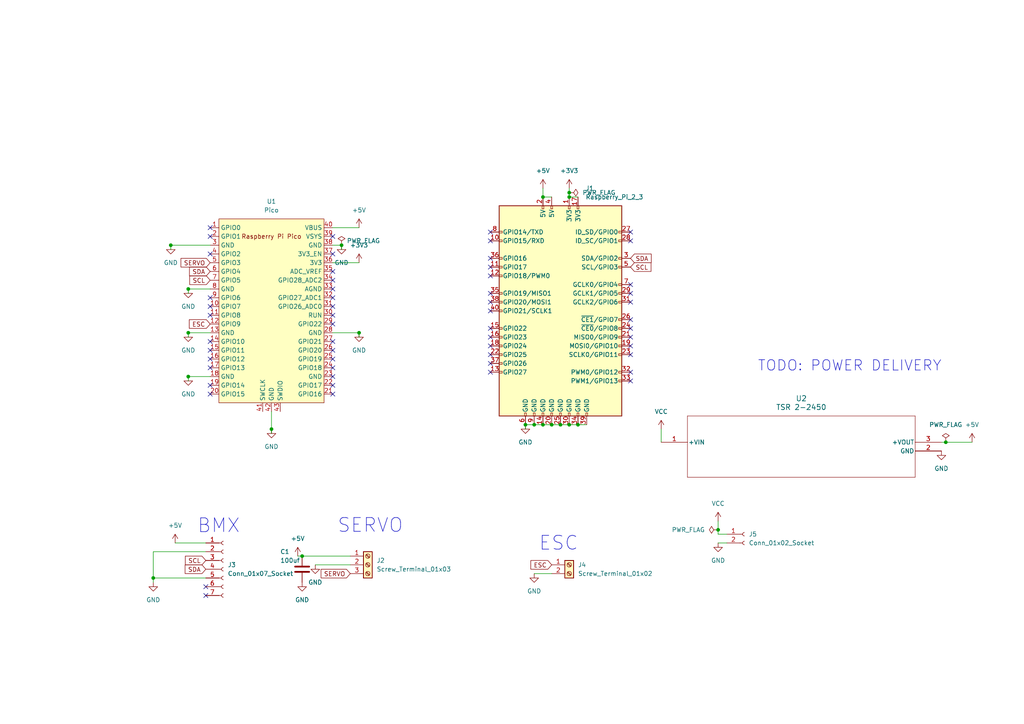
<source format=kicad_sch>
(kicad_sch (version 20230121) (generator eeschema)
  (paper "A4")
  (lib_symbols
    (symbol "Connector:Conn_01x02_Socket" (pin_names (offset 1.016) hide)
      (property "Reference" "J" (at 0 2.54 0))
      (property "Value" "Conn_01x02_Socket" (at 0 -5.08 0))
      (symbol "Conn_01x02_Socket_1_1"
        (arc (start 0 -2.032) (mid -0.5058 -2.54) (end 0 -3.048) (stroke (width 0.1524)))
        (polyline (pts (xy -1.27 -2.54) (xy -0.508 -2.54)) (stroke (width 0.1524)))
        (polyline (pts (xy -1.27 0) (xy -0.508 0)) (stroke (width 0.1524)))
        (arc (start 0 0.508) (mid -0.5058 0) (end 0 -0.508) (stroke (width 0.1524)))
        (pin passive line (at -5.08 0 0) (length 3.81) (name "Pin_1") (number "1"))
        (pin passive line (at -5.08 -2.54 0) (length 3.81) (name "Pin_2") (number "2"))
      )
    )
    (symbol "Connector:Conn_01x07_Socket" (pin_names (offset 1.016) hide)
      (property "Reference" "J" (at 0 10.16 0))
      (property "Value" "Conn_01x07_Socket" (at 0 -10.16 0))
      (symbol "Conn_01x07_Socket_1_1"
        (arc (start 0 -7.112) (mid -0.5058 -7.62) (end 0 -8.128) (stroke (width 0.1524)))
        (arc (start 0 -4.572) (mid -0.5058 -5.08) (end 0 -5.588) (stroke (width 0.1524)))
        (arc (start 0 -2.032) (mid -0.5058 -2.54) (end 0 -3.048) (stroke (width 0.1524)))
        (polyline (pts (xy -1.27 -7.62) (xy -0.508 -7.62)) (stroke (width 0.1524)))
        (polyline (pts (xy -1.27 -5.08) (xy -0.508 -5.08)) (stroke (width 0.1524)))
        (polyline (pts (xy -1.27 -2.54) (xy -0.508 -2.54)) (stroke (width 0.1524)))
        (polyline (pts (xy -1.27 0) (xy -0.508 0)) (stroke (width 0.1524)))
        (polyline (pts (xy -1.27 2.54) (xy -0.508 2.54)) (stroke (width 0.1524)))
        (polyline (pts (xy -1.27 5.08) (xy -0.508 5.08)) (stroke (width 0.1524)))
        (polyline (pts (xy -1.27 7.62) (xy -0.508 7.62)) (stroke (width 0.1524)))
        (arc (start 0 0.508) (mid -0.5058 0) (end 0 -0.508) (stroke (width 0.1524)))
        (arc (start 0 3.048) (mid -0.5058 2.54) (end 0 2.032) (stroke (width 0.1524)))
        (arc (start 0 5.588) (mid -0.5058 5.08) (end 0 4.572) (stroke (width 0.1524)))
        (arc (start 0 8.128) (mid -0.5058 7.62) (end 0 7.112) (stroke (width 0.1524)))
        (pin passive line (at -5.08 7.62 0) (length 3.81) (name "Pin_1") (number "1"))
        (pin passive line (at -5.08 5.08 0) (length 3.81) (name "Pin_2") (number "2"))
        (pin passive line (at -5.08 2.54 0) (length 3.81) (name "Pin_3") (number "3"))
        (pin passive line (at -5.08 0 0) (length 3.81) (name "Pin_4") (number "4"))
        (pin passive line (at -5.08 -2.54 0) (length 3.81) (name "Pin_5") (number "5"))
        (pin passive line (at -5.08 -5.08 0) (length 3.81) (name "Pin_6") (number "6"))
        (pin passive line (at -5.08 -7.62 0) (length 3.81) (name "Pin_7") (number "7"))
      )
    )
    (symbol "Connector:Raspberry_Pi_2_3" (pin_names (offset 1.016))
      (property "Reference" "J" (at -17.78 31.75 0))
      (property "Value" "Raspberry_Pi_2_3" (at 10.16 -31.75 0))
      (symbol "Raspberry_Pi_2_3_0_1"
        (rectangle (start -17.78 30.48) (end 17.78 -30.48) (stroke (width 0.254)) (fill (type background)))
      )
      (symbol "Raspberry_Pi_2_3_1_1"
        (rectangle (start -16.891 -17.526) (end -17.78 -18.034))
        (rectangle (start -16.891 -14.986) (end -17.78 -15.494))
        (rectangle (start -16.891 -12.446) (end -17.78 -12.954))
        (rectangle (start -16.891 -9.906) (end -17.78 -10.414))
        (rectangle (start -16.891 -7.366) (end -17.78 -7.874))
        (rectangle (start -16.891 -4.826) (end -17.78 -5.334))
        (rectangle (start -16.891 0.254) (end -17.78 -0.254))
        (rectangle (start -16.891 2.794) (end -17.78 2.286))
        (rectangle (start -16.891 5.334) (end -17.78 4.826))
        (rectangle (start -16.891 10.414) (end -17.78 9.906))
        (rectangle (start -16.891 12.954) (end -17.78 12.446))
        (rectangle (start -16.891 15.494) (end -17.78 14.986))
        (rectangle (start -16.891 20.574) (end -17.78 20.066))
        (rectangle (start -16.891 23.114) (end -17.78 22.606))
        (rectangle (start -10.414 -29.591) (end -9.906 -30.48))
        (rectangle (start -7.874 -29.591) (end -7.366 -30.48))
        (rectangle (start -5.334 -29.591) (end -4.826 -30.48))
        (rectangle (start -5.334 30.48) (end -4.826 29.591))
        (rectangle (start -2.794 -29.591) (end -2.286 -30.48))
        (rectangle (start -2.794 30.48) (end -2.286 29.591))
        (rectangle (start -0.254 -29.591) (end 0.254 -30.48))
        (rectangle (start 2.286 -29.591) (end 2.794 -30.48))
        (rectangle (start 2.286 30.48) (end 2.794 29.591))
        (rectangle (start 4.826 -29.591) (end 5.334 -30.48))
        (rectangle (start 4.826 30.48) (end 5.334 29.591))
        (rectangle (start 7.366 -29.591) (end 7.874 -30.48))
        (rectangle (start 17.78 -20.066) (end 16.891 -20.574))
        (rectangle (start 17.78 -17.526) (end 16.891 -18.034))
        (rectangle (start 17.78 -12.446) (end 16.891 -12.954))
        (rectangle (start 17.78 -9.906) (end 16.891 -10.414))
        (rectangle (start 17.78 -7.366) (end 16.891 -7.874))
        (rectangle (start 17.78 -4.826) (end 16.891 -5.334))
        (rectangle (start 17.78 -2.286) (end 16.891 -2.794))
        (rectangle (start 17.78 2.794) (end 16.891 2.286))
        (rectangle (start 17.78 5.334) (end 16.891 4.826))
        (rectangle (start 17.78 7.874) (end 16.891 7.366))
        (rectangle (start 17.78 12.954) (end 16.891 12.446))
        (rectangle (start 17.78 15.494) (end 16.891 14.986))
        (rectangle (start 17.78 20.574) (end 16.891 20.066))
        (rectangle (start 17.78 23.114) (end 16.891 22.606))
        (pin power_in line (at 2.54 33.02 270) (length 2.54) (name "3V3") (number "1"))
        (pin bidirectional line (at -20.32 20.32 0) (length 2.54) (name "GPIO15/RXD") (number "10"))
        (pin bidirectional line (at -20.32 12.7 0) (length 2.54) (name "GPIO17") (number "11"))
        (pin bidirectional line (at -20.32 10.16 0) (length 2.54) (name "GPIO18/PWM0") (number "12"))
        (pin bidirectional line (at -20.32 -17.78 0) (length 2.54) (name "GPIO27") (number "13"))
        (pin power_in line (at -5.08 -33.02 90) (length 2.54) (name "GND") (number "14"))
        (pin bidirectional line (at -20.32 -5.08 0) (length 2.54) (name "GPIO22") (number "15"))
        (pin bidirectional line (at -20.32 -7.62 0) (length 2.54) (name "GPIO23") (number "16"))
        (pin power_in line (at 5.08 33.02 270) (length 2.54) (name "3V3") (number "17"))
        (pin bidirectional line (at -20.32 -10.16 0) (length 2.54) (name "GPIO24") (number "18"))
        (pin bidirectional line (at 20.32 -10.16 180) (length 2.54) (name "MOSI0/GPIO10") (number "19"))
        (pin power_in line (at -5.08 33.02 270) (length 2.54) (name "5V") (number "2"))
        (pin power_in line (at -2.54 -33.02 90) (length 2.54) (name "GND") (number "20"))
        (pin bidirectional line (at 20.32 -7.62 180) (length 2.54) (name "MISO0/GPIO9") (number "21"))
        (pin bidirectional line (at -20.32 -12.7 0) (length 2.54) (name "GPIO25") (number "22"))
        (pin bidirectional line (at 20.32 -12.7 180) (length 2.54) (name "SCLK0/GPIO11") (number "23"))
        (pin bidirectional line (at 20.32 -5.08 180) (length 2.54) (name "~{CE0}/GPIO8") (number "24"))
        (pin power_in line (at 0 -33.02 90) (length 2.54) (name "GND") (number "25"))
        (pin bidirectional line (at 20.32 -2.54 180) (length 2.54) (name "~{CE1}/GPIO7") (number "26"))
        (pin bidirectional line (at 20.32 22.86 180) (length 2.54) (name "ID_SD/GPIO0") (number "27"))
        (pin bidirectional line (at 20.32 20.32 180) (length 2.54) (name "ID_SC/GPIO1") (number "28"))
        (pin bidirectional line (at 20.32 5.08 180) (length 2.54) (name "GCLK1/GPIO5") (number "29"))
        (pin bidirectional line (at 20.32 15.24 180) (length 2.54) (name "SDA/GPIO2") (number "3"))
        (pin power_in line (at 2.54 -33.02 90) (length 2.54) (name "GND") (number "30"))
        (pin bidirectional line (at 20.32 2.54 180) (length 2.54) (name "GCLK2/GPIO6") (number "31"))
        (pin bidirectional line (at 20.32 -17.78 180) (length 2.54) (name "PWM0/GPIO12") (number "32"))
        (pin bidirectional line (at 20.32 -20.32 180) (length 2.54) (name "PWM1/GPIO13") (number "33"))
        (pin power_in line (at 5.08 -33.02 90) (length 2.54) (name "GND") (number "34"))
        (pin bidirectional line (at -20.32 5.08 0) (length 2.54) (name "GPIO19/MISO1") (number "35"))
        (pin bidirectional line (at -20.32 15.24 0) (length 2.54) (name "GPIO16") (number "36"))
        (pin bidirectional line (at -20.32 -15.24 0) (length 2.54) (name "GPIO26") (number "37"))
        (pin bidirectional line (at -20.32 2.54 0) (length 2.54) (name "GPIO20/MOSI1") (number "38"))
        (pin power_in line (at 7.62 -33.02 90) (length 2.54) (name "GND") (number "39"))
        (pin power_in line (at -2.54 33.02 270) (length 2.54) (name "5V") (number "4"))
        (pin bidirectional line (at -20.32 0 0) (length 2.54) (name "GPIO21/SCLK1") (number "40"))
        (pin bidirectional line (at 20.32 12.7 180) (length 2.54) (name "SCL/GPIO3") (number "5"))
        (pin power_in line (at -10.16 -33.02 90) (length 2.54) (name "GND") (number "6"))
        (pin bidirectional line (at 20.32 7.62 180) (length 2.54) (name "GCLK0/GPIO4") (number "7"))
        (pin bidirectional line (at -20.32 22.86 0) (length 2.54) (name "GPIO14/TXD") (number "8"))
        (pin power_in line (at -7.62 -33.02 90) (length 2.54) (name "GND") (number "9"))
      )
    )
    (symbol "Connector:Screw_Terminal_01x02" (pin_names (offset 1.016) hide)
      (property "Reference" "J" (at 0 2.54 0))
      (property "Value" "Screw_Terminal_01x02" (at 0 -5.08 0))
      (symbol "Screw_Terminal_01x02_1_1"
        (rectangle (start -1.27 1.27) (end 1.27 -3.81) (stroke (width 0.254)) (fill (type background)))
        (circle (center 0 -2.54) (radius 0.635) (stroke (width 0.1524)))
        (polyline (pts (xy -0.5334 -2.2098) (xy 0.3302 -3.048)) (stroke (width 0.1524)))
        (polyline (pts (xy -0.5334 0.3302) (xy 0.3302 -0.508)) (stroke (width 0.1524)))
        (polyline (pts (xy -0.3556 -2.032) (xy 0.508 -2.8702)) (stroke (width 0.1524)))
        (polyline (pts (xy -0.3556 0.508) (xy 0.508 -0.3302)) (stroke (width 0.1524)))
        (circle (center 0 0) (radius 0.635) (stroke (width 0.1524)))
        (pin passive line (at -5.08 0 0) (length 3.81) (name "Pin_1") (number "1"))
        (pin passive line (at -5.08 -2.54 0) (length 3.81) (name "Pin_2") (number "2"))
      )
    )
    (symbol "Connector:Screw_Terminal_01x03" (pin_names (offset 1.016) hide)
      (property "Reference" "J" (at 0 5.08 0))
      (property "Value" "Screw_Terminal_01x03" (at 0 -5.08 0))
      (symbol "Screw_Terminal_01x03_1_1"
        (rectangle (start -1.27 3.81) (end 1.27 -3.81) (stroke (width 0.254)) (fill (type background)))
        (circle (center 0 -2.54) (radius 0.635) (stroke (width 0.1524)))
        (polyline (pts (xy -0.5334 -2.2098) (xy 0.3302 -3.048)) (stroke (width 0.1524)))
        (polyline (pts (xy -0.5334 0.3302) (xy 0.3302 -0.508)) (stroke (width 0.1524)))
        (polyline (pts (xy -0.5334 2.8702) (xy 0.3302 2.032)) (stroke (width 0.1524)))
        (polyline (pts (xy -0.3556 -2.032) (xy 0.508 -2.8702)) (stroke (width 0.1524)))
        (polyline (pts (xy -0.3556 0.508) (xy 0.508 -0.3302)) (stroke (width 0.1524)))
        (polyline (pts (xy -0.3556 3.048) (xy 0.508 2.2098)) (stroke (width 0.1524)))
        (circle (center 0 0) (radius 0.635) (stroke (width 0.1524)))
        (circle (center 0 2.54) (radius 0.635) (stroke (width 0.1524)))
        (pin passive line (at -5.08 2.54 0) (length 3.81) (name "Pin_1") (number "1"))
        (pin passive line (at -5.08 0 0) (length 3.81) (name "Pin_2") (number "2"))
        (pin passive line (at -5.08 -2.54 0) (length 3.81) (name "Pin_3") (number "3"))
      )
    )
    (symbol "Device:C" (pin_numbers hide) (pin_names (offset 0.254))
      (property "Reference" "C" (at 0.635 2.54 0))
      (property "Value" "C" (at 0.635 -2.54 0))
      (symbol "C_0_1"
        (polyline (pts (xy -2.032 -0.762) (xy 2.032 -0.762)) (stroke (width 0.508)))
        (polyline (pts (xy -2.032 0.762) (xy 2.032 0.762)) (stroke (width 0.508)))
      )
      (symbol "C_1_1"
        (pin passive line (at 0 3.81 270) (length 2.794) (name "~") (number "1"))
        (pin passive line (at 0 -3.81 90) (length 2.794) (name "~") (number "2"))
      )
    )
    (symbol "MCU_RaspberryPi_and_Boards:Pico"
      (property "Reference" "U" (at -13.97 27.94 0))
      (property "Value" "Pico" (at 0 19.05 0))
      (symbol "Pico_0_0"
        (text "Raspberry Pi Pico" (at 0 21.59 0) (effects (font (size 1.27 1.27))))
      )
      (symbol "Pico_0_1"
        (rectangle (start -15.24 26.67) (end 15.24 -26.67) (fill (type background)))
      )
      (symbol "Pico_1_1"
        (pin bidirectional line (at -17.78 24.13 0) (length 2.54) (name "GPIO0") (number "1"))
        (pin bidirectional line (at -17.78 1.27 0) (length 2.54) (name "GPIO7") (number "10"))
        (pin bidirectional line (at -17.78 -1.27 0) (length 2.54) (name "GPIO8") (number "11"))
        (pin bidirectional line (at -17.78 -3.81 0) (length 2.54) (name "GPIO9") (number "12"))
        (pin power_in line (at -17.78 -6.35 0) (length 2.54) (name "GND") (number "13"))
        (pin bidirectional line (at -17.78 -8.89 0) (length 2.54) (name "GPIO10") (number "14"))
        (pin bidirectional line (at -17.78 -11.43 0) (length 2.54) (name "GPIO11") (number "15"))
        (pin bidirectional line (at -17.78 -13.97 0) (length 2.54) (name "GPIO12") (number "16"))
        (pin bidirectional line (at -17.78 -16.51 0) (length 2.54) (name "GPIO13") (number "17"))
        (pin power_in line (at -17.78 -19.05 0) (length 2.54) (name "GND") (number "18"))
        (pin bidirectional line (at -17.78 -21.59 0) (length 2.54) (name "GPIO14") (number "19"))
        (pin bidirectional line (at -17.78 21.59 0) (length 2.54) (name "GPIO1") (number "2"))
        (pin bidirectional line (at -17.78 -24.13 0) (length 2.54) (name "GPIO15") (number "20"))
        (pin bidirectional line (at 17.78 -24.13 180) (length 2.54) (name "GPIO16") (number "21"))
        (pin bidirectional line (at 17.78 -21.59 180) (length 2.54) (name "GPIO17") (number "22"))
        (pin power_in line (at 17.78 -19.05 180) (length 2.54) (name "GND") (number "23"))
        (pin bidirectional line (at 17.78 -16.51 180) (length 2.54) (name "GPIO18") (number "24"))
        (pin bidirectional line (at 17.78 -13.97 180) (length 2.54) (name "GPIO19") (number "25"))
        (pin bidirectional line (at 17.78 -11.43 180) (length 2.54) (name "GPIO20") (number "26"))
        (pin bidirectional line (at 17.78 -8.89 180) (length 2.54) (name "GPIO21") (number "27"))
        (pin power_in line (at 17.78 -6.35 180) (length 2.54) (name "GND") (number "28"))
        (pin bidirectional line (at 17.78 -3.81 180) (length 2.54) (name "GPIO22") (number "29"))
        (pin power_in line (at -17.78 19.05 0) (length 2.54) (name "GND") (number "3"))
        (pin input line (at 17.78 -1.27 180) (length 2.54) (name "RUN") (number "30"))
        (pin bidirectional line (at 17.78 1.27 180) (length 2.54) (name "GPIO26_ADC0") (number "31"))
        (pin bidirectional line (at 17.78 3.81 180) (length 2.54) (name "GPIO27_ADC1") (number "32"))
        (pin power_in line (at 17.78 6.35 180) (length 2.54) (name "AGND") (number "33"))
        (pin bidirectional line (at 17.78 8.89 180) (length 2.54) (name "GPIO28_ADC2") (number "34"))
        (pin power_in line (at 17.78 11.43 180) (length 2.54) (name "ADC_VREF") (number "35"))
        (pin power_in line (at 17.78 13.97 180) (length 2.54) (name "3V3") (number "36"))
        (pin input line (at 17.78 16.51 180) (length 2.54) (name "3V3_EN") (number "37"))
        (pin bidirectional line (at 17.78 19.05 180) (length 2.54) (name "GND") (number "38"))
        (pin power_in line (at 17.78 21.59 180) (length 2.54) (name "VSYS") (number "39"))
        (pin bidirectional line (at -17.78 16.51 0) (length 2.54) (name "GPIO2") (number "4"))
        (pin power_in line (at 17.78 24.13 180) (length 2.54) (name "VBUS") (number "40"))
        (pin input line (at -2.54 -29.21 90) (length 2.54) (name "SWCLK") (number "41"))
        (pin power_in line (at 0 -29.21 90) (length 2.54) (name "GND") (number "42"))
        (pin bidirectional line (at 2.54 -29.21 90) (length 2.54) (name "SWDIO") (number "43"))
        (pin bidirectional line (at -17.78 13.97 0) (length 2.54) (name "GPIO3") (number "5"))
        (pin bidirectional line (at -17.78 11.43 0) (length 2.54) (name "GPIO4") (number "6"))
        (pin bidirectional line (at -17.78 8.89 0) (length 2.54) (name "GPIO5") (number "7"))
        (pin power_in line (at -17.78 6.35 0) (length 2.54) (name "GND") (number "8"))
        (pin bidirectional line (at -17.78 3.81 0) (length 2.54) (name "GPIO6") (number "9"))
      )
    )
    (symbol "power:+3V3" (power) (pin_names (offset 0))
      (property "Value" "+3V3" (at 0 3.556 0))
      (symbol "+3V3_0_1"
        (polyline (pts (xy -0.762 1.27) (xy 0 2.54)))
        (polyline (pts (xy 0 0) (xy 0 2.54)))
        (polyline (pts (xy 0 2.54) (xy 0.762 1.27)))
      )
      (symbol "+3V3_1_1"
        (pin power_in line (at 0 0 90) (length 0) hide (name "+3V3") (number "1"))
      )
    )
    (symbol "power:+5V" (power) (pin_names (offset 0))
      (property "Value" "+5V" (at 0 3.556 0))
      (symbol "+5V_0_1"
        (polyline (pts (xy -0.762 1.27) (xy 0 2.54)))
        (polyline (pts (xy 0 0) (xy 0 2.54)))
        (polyline (pts (xy 0 2.54) (xy 0.762 1.27)))
      )
      (symbol "+5V_1_1"
        (pin power_in line (at 0 0 90) (length 0) hide (name "+5V") (number "1"))
      )
    )
    (symbol "power:GND" (power) (pin_names (offset 0))
      (property "Value" "GND" (at 0 -3.81 0))
      (symbol "GND_0_1"
        (polyline (pts (xy 0 0) (xy 0 -1.27) (xy 1.27 -1.27) (xy 0 -2.54) (xy -1.27 -1.27) (xy 0 -1.27)))
      )
      (symbol "GND_1_1"
        (pin power_in line (at 0 0 270) (length 0) hide (name "GND") (number "1"))
      )
    )
    (symbol "power:PWR_FLAG" (power) (pin_numbers hide) (pin_names (offset 0) hide)
      (property "Value" "PWR_FLAG" (at 0 3.81 0))
      (symbol "PWR_FLAG_0_0"
        (pin power_out line (at 0 0 90) (length 0) (name "pwr") (number "1"))
      )
      (symbol "PWR_FLAG_0_1"
        (polyline (pts (xy 0 0) (xy 0 1.27) (xy -1.016 1.905) (xy 0 2.54) (xy 1.016 1.905) (xy 0 1.27)))
      )
    )
    (symbol "power:VCC" (power) (pin_names (offset 0))
      (property "Value" "VCC" (at 0 3.81 0))
      (symbol "VCC_0_1"
        (polyline (pts (xy -0.762 1.27) (xy 0 2.54)))
        (polyline (pts (xy 0 0) (xy 0 2.54)))
        (polyline (pts (xy 0 2.54) (xy 0.762 1.27)))
      )
      (symbol "VCC_1_1"
        (pin power_in line (at 0 0 90) (length 0) hide (name "VCC") (number "1"))
      )
    )
    (symbol "txr:TSR_2-2450" (pin_names (offset 0.254))
      (property "Reference" "U" (at 40.64 12.7 0))
      (property "Value" "TSR 2-2450" (at 40.64 10.16 0))
      (symbol "TSR_2-2450_0_1"
        (polyline (pts (xy 7.62 -10.16) (xy 73.66 -10.16)) (stroke (width 0.127)))
        (polyline (pts (xy 7.62 7.62) (xy 7.62 -10.16)) (stroke (width 0.127)))
        (polyline (pts (xy 73.66 -10.16) (xy 73.66 7.62)) (stroke (width 0.127)))
        (polyline (pts (xy 73.66 7.62) (xy 7.62 7.62)) (stroke (width 0.127)))
        (pin power_in line (at 0 0 0) (length 7.62) (name "+VIN") (number "1"))
        (pin power_out line (at 81.28 -2.54 180) (length 7.62) (name "GND") (number "2"))
        (pin output line (at 81.28 0 180) (length 7.62) (name "+VOUT") (number "3"))
      )
    )
  )
  (junction (at 54.61 83.82))
  (junction (at 44.45 167.64))
  (junction (at 99.06 71.12))
  (junction (at 154.94 123.19))
  (junction (at 54.61 109.22))
  (junction (at 165.1 55.88))
  (junction (at 162.56 123.19))
  (junction (at 157.48 123.19))
  (junction (at 208.28 153.67))
  (junction (at 274.32 128.27))
  (junction (at 167.64 123.19))
  (junction (at 165.1 123.19))
  (junction (at 87.63 161.29))
  (junction (at 104.14 96.52))
  (junction (at 78.74 124.46))
  (junction (at 165.1 57.15))
  (junction (at 160.02 123.19))
  (junction (at 54.61 96.52))
  (junction (at 49.53 71.12))
  (junction (at 157.48 57.15))
  (junction (at 152.4 123.19))
  (no_connect (at 96.52 109.22))
  (no_connect (at 60.96 73.66))
  (no_connect (at 142.24 105.41))
  (no_connect (at 96.52 111.76))
  (no_connect (at 182.88 69.85))
  (no_connect (at 142.24 69.85))
  (no_connect (at 142.24 95.25))
  (no_connect (at 142.24 80.01))
  (no_connect (at 96.52 83.82))
  (no_connect (at 182.88 82.55))
  (no_connect (at 96.52 68.58))
  (no_connect (at 96.52 101.6))
  (no_connect (at 142.24 102.87))
  (no_connect (at 142.24 97.79))
  (no_connect (at 60.96 86.36))
  (no_connect (at 60.96 99.06))
  (no_connect (at 96.52 91.44))
  (no_connect (at 60.96 104.14))
  (no_connect (at 182.88 85.09))
  (no_connect (at 60.96 66.04))
  (no_connect (at 142.24 74.93))
  (no_connect (at 60.96 114.3))
  (no_connect (at 96.52 99.06))
  (no_connect (at 96.52 93.98))
  (no_connect (at 142.24 77.47))
  (no_connect (at 142.24 85.09))
  (no_connect (at 59.69 172.72))
  (no_connect (at 96.52 78.74))
  (no_connect (at 182.88 107.95))
  (no_connect (at 96.52 81.28))
  (no_connect (at 60.96 68.58))
  (no_connect (at 60.96 91.44))
  (no_connect (at 182.88 97.79))
  (no_connect (at 182.88 110.49))
  (no_connect (at 182.88 87.63))
  (no_connect (at 96.52 73.66))
  (no_connect (at 96.52 88.9))
  (no_connect (at 142.24 90.17))
  (no_connect (at 142.24 87.63))
  (no_connect (at 96.52 114.3))
  (no_connect (at 59.69 170.18))
  (no_connect (at 142.24 100.33))
  (no_connect (at 142.24 67.31))
  (no_connect (at 182.88 67.31))
  (no_connect (at 60.96 106.68))
  (no_connect (at 60.96 101.6))
  (no_connect (at 182.88 100.33))
  (no_connect (at 182.88 92.71))
  (no_connect (at 96.52 86.36))
  (no_connect (at 142.24 107.95))
  (no_connect (at 182.88 95.25))
  (no_connect (at 182.88 102.87))
  (no_connect (at 60.96 111.76))
  (no_connect (at 60.96 88.9))
  (no_connect (at 96.52 106.68))
  (no_connect (at 96.52 104.14))
  (wire (pts (xy 208.28 151.13) (xy 208.28 153.67)))
  (wire (pts (xy 165.1 123.19) (xy 167.64 123.19)))
  (wire (pts (xy 274.32 128.27) (xy 281.94 128.27)))
  (wire (pts (xy 162.56 123.19) (xy 165.1 123.19)))
  (wire (pts (xy 160.02 123.19) (xy 162.56 123.19)))
  (wire (pts (xy 78.74 119.38) (xy 78.74 124.46)))
  (wire (pts (xy 96.52 96.52) (xy 104.14 96.52)))
  (wire (pts (xy 154.94 166.37) (xy 160.02 166.37)))
  (wire (pts (xy 165.1 54.61) (xy 165.1 55.88)))
  (wire (pts (xy 152.4 123.19) (xy 154.94 123.19)))
  (wire (pts (xy 91.44 163.83) (xy 101.6 163.83)))
  (wire (pts (xy 167.64 123.19) (xy 170.18 123.19)))
  (wire (pts (xy 87.63 161.29) (xy 101.6 161.29)))
  (wire (pts (xy 50.8 157.48) (xy 59.69 157.48)))
  (wire (pts (xy 96.52 66.04) (xy 104.14 66.04)))
  (wire (pts (xy 44.45 160.02) (xy 59.69 160.02)))
  (wire (pts (xy 152.4 123.19) (xy 152.4 124.46)))
  (wire (pts (xy 154.94 123.19) (xy 157.48 123.19)))
  (wire (pts (xy 208.28 153.67) (xy 208.28 154.94)))
  (wire (pts (xy 44.45 160.02) (xy 44.45 167.64)))
  (wire (pts (xy 99.06 71.12) (xy 99.06 72.39)))
  (wire (pts (xy 44.45 167.64) (xy 59.69 167.64)))
  (wire (pts (xy 165.1 55.88) (xy 165.1 57.15)))
  (wire (pts (xy 96.52 76.2) (xy 104.14 76.2)))
  (wire (pts (xy 96.52 71.12) (xy 99.06 71.12)))
  (wire (pts (xy 165.1 57.15) (xy 167.64 57.15)))
  (wire (pts (xy 54.61 109.22) (xy 54.61 110.49)))
  (wire (pts (xy 54.61 96.52) (xy 54.61 97.79)))
  (wire (pts (xy 44.45 168.91) (xy 44.45 167.64)))
  (wire (pts (xy 49.53 71.12) (xy 49.53 72.39)))
  (wire (pts (xy 273.05 128.27) (xy 274.32 128.27)))
  (wire (pts (xy 54.61 83.82) (xy 54.61 85.09)))
  (wire (pts (xy 208.28 154.94) (xy 210.82 154.94)))
  (wire (pts (xy 78.74 124.46) (xy 78.74 125.73)))
  (wire (pts (xy 191.77 124.46) (xy 191.77 128.27)))
  (wire (pts (xy 104.14 96.52) (xy 104.14 97.79)))
  (wire (pts (xy 86.36 161.29) (xy 87.63 161.29)))
  (wire (pts (xy 54.61 109.22) (xy 60.96 109.22)))
  (wire (pts (xy 54.61 83.82) (xy 60.96 83.82)))
  (wire (pts (xy 54.61 96.52) (xy 60.96 96.52)))
  (wire (pts (xy 208.28 157.48) (xy 210.82 157.48)))
  (wire (pts (xy 49.53 71.12) (xy 60.96 71.12)))
  (wire (pts (xy 157.48 54.61) (xy 157.48 57.15)))
  (wire (pts (xy 157.48 123.19) (xy 160.02 123.19)))
  (wire (pts (xy 157.48 57.15) (xy 160.02 57.15)))
  (text "TODO: POWER DELIVERY\n" (at 219.71 107.95 0) (effects (font (size 3 3)) (justify left bottom)))
  (text "BMX" (at 57.15 154.94 0) (effects (font (size 4 4)) (justify left bottom)))
  (text "ESC" (at 156.21 160.02 0) (effects (font (size 4 4)) (justify left bottom)))
  (text "SERVO\n\n" (at 97.79 161.29 0) (effects (font (size 4 4)) (justify left bottom)))
  (global_label "SCL" (shape input) (at 182.88 77.47 0) (property "Intersheetrefs" "${INTERSHEET_REFS}" (effects hide)))
  (global_label "SCL" (shape input) (at 59.69 162.56 180) (property "Intersheetrefs" "${INTERSHEET_REFS}" (effects hide)))
  (global_label "ESC" (shape input) (at 160.02 163.83 180) (property "Intersheetrefs" "${INTERSHEET_REFS}" (effects hide)))
  (global_label "ESC" (shape input) (at 60.96 93.98 180) (property "Intersheetrefs" "${INTERSHEET_REFS}" (effects hide)))
  (global_label "SDA" (shape input) (at 182.88 74.93 0) (property "Intersheetrefs" "${INTERSHEET_REFS}" (effects hide)))
  (global_label "SDA" (shape input) (at 60.96 78.74 180) (property "Intersheetrefs" "${INTERSHEET_REFS}" (effects hide)))
  (global_label "SDA" (shape input) (at 59.69 165.1 180) (property "Intersheetrefs" "${INTERSHEET_REFS}" (effects hide)))
  (global_label "SCL" (shape input) (at 60.96 81.28 180) (property "Intersheetrefs" "${INTERSHEET_REFS}" (effects hide)))
  (global_label "SERVO" (shape input) (at 60.96 76.2 180) (property "Intersheetrefs" "${INTERSHEET_REFS}" (effects hide)))
  (global_label "SERVO" (shape input) (at 101.6 166.37 180) (property "Intersheetrefs" "${INTERSHEET_REFS}" (effects hide)))
  (symbol (lib_id "power:GND") (at 87.63 168.91 0) (unit 1)
    (property "Reference" "#PWR013" (effects hide))
    (property "Value" "GND" (at 87.63 173.99 0))
  )
  (symbol (lib_id "txr:TSR_2-2450") (at 191.77 128.27 0) (unit 1)
    (property "Reference" "U2" (at 232.41 115.57 0) (effects (font (size 1.524 1.524))))
    (property "Value" "TSR 2-2450" (at 232.41 118.11 0) (effects (font (size 1.524 1.524))))
    (property "Footprint" "txr:TSR 2-2450_TRP" (effects hide))
    (property "Datasheet" "TSR 2-2450" (effects hide))
  )
  (symbol (lib_id "power:+5V") (at 104.14 66.04 0) (unit 1)
    (property "Reference" "#PWR02" (effects hide))
    (property "Value" "+5V" (at 104.14 60.96 0))
  )
  (symbol (lib_id "Connector:Raspberry_Pi_2_3") (at 162.56 90.17 0) (unit 1)
    (property "Reference" "J1" (at 169.8341 54.61 0) (effects (justify left)))
    (property "Value" "Raspberry_Pi_2_3" (at 169.8341 57.15 0) (effects (justify left)))
    (property "Footprint" "pi:raspberrypi_2_3" (effects hide))
    (property "Datasheet" "https://www.raspberrypi.org/documentation/hardware/raspberrypi/schematics/rpi_SCH_3bplus_1p0_reduced.pdf" (effects hide))
  )
  (symbol (lib_id "power:+3V3") (at 165.1 54.61 0) (unit 1)
    (property "Reference" "#PWR012" (effects hide))
    (property "Value" "+3V3" (at 165.1 49.53 0))
  )
  (symbol (lib_id "power:VCC") (at 191.77 124.46 0) (unit 1)
    (property "Reference" "#PWR019" (effects hide))
    (property "Value" "VCC" (at 191.77 119.38 0))
  )
  (symbol (lib_id "power:+5V") (at 157.48 54.61 0) (unit 1)
    (property "Reference" "#PWR011" (effects hide))
    (property "Value" "+5V" (at 157.48 49.53 0))
  )
  (symbol (lib_id "power:GND") (at 273.05 130.81 0) (unit 1)
    (property "Reference" "#PWR021" (effects hide))
    (property "Value" "GND" (at 273.05 135.89 0))
  )
  (symbol (lib_id "power:+3V3") (at 104.14 76.2 0) (unit 1)
    (property "Reference" "#PWR01" (effects hide))
    (property "Value" "+3V3" (at 104.14 71.12 0))
  )
  (symbol (lib_id "power:VCC") (at 208.28 151.13 0) (unit 1)
    (property "Reference" "#PWR022" (effects hide))
    (property "Value" "VCC" (at 208.28 146.05 0))
  )
  (symbol (lib_id "power:+5V") (at 50.8 157.48 0) (unit 1)
    (property "Reference" "#PWR016" (effects hide))
    (property "Value" "+5V" (at 50.8 152.4 0))
  )
  (symbol (lib_id "power:GND") (at 54.61 109.22 0) (unit 1)
    (property "Reference" "#PWR04" (effects hide))
    (property "Value" "GND" (at 54.61 114.3 0))
  )
  (symbol (lib_id "power:PWR_FLAG") (at 165.1 55.88 270) (unit 1)
    (property "Reference" "#FLG02" (effects hide))
    (property "Value" "PWR_FLAG" (at 168.91 55.88 90) (effects (justify left)))
  )
  (symbol (lib_id "power:GND") (at 54.61 96.52 0) (unit 1)
    (property "Reference" "#PWR05" (effects hide))
    (property "Value" "GND" (at 54.61 101.6 0))
  )
  (symbol (lib_id "power:GND") (at 49.53 71.12 0) (unit 1)
    (property "Reference" "#PWR07" (effects hide))
    (property "Value" "GND" (at 49.53 76.2 0))
  )
  (symbol (lib_id "power:GND") (at 152.4 123.19 0) (unit 1)
    (property "Reference" "#PWR010" (effects hide))
    (property "Value" "GND" (at 152.4 128.27 0))
  )
  (symbol (lib_id "power:PWR_FLAG") (at 99.06 71.12 0) (unit 1)
    (property "Reference" "#FLG03" (effects hide))
    (property "Value" "PWR_FLAG" (at 105.41 69.85 0))
  )
  (symbol (lib_id "power:+5V") (at 281.94 128.27 0) (unit 1)
    (property "Reference" "#PWR020" (effects hide))
    (property "Value" "+5V" (at 281.94 123.19 0))
  )
  (symbol (lib_id "Connector:Screw_Terminal_01x03") (at 106.68 163.83 0) (unit 1)
    (property "Reference" "J2" (at 109.22 162.56 0) (effects (justify left)))
    (property "Value" "Screw_Terminal_01x03" (at 109.22 165.1 0) (effects (justify left)))
    (property "Footprint" "terminal:CONN_1935174_PXC" (effects hide))
  )
  (symbol (lib_id "power:GND") (at 91.44 163.83 0) (unit 1)
    (property "Reference" "#PWR018" (effects hide))
    (property "Value" "GND" (at 91.44 168.91 0))
  )
  (symbol (lib_id "MCU_RaspberryPi_and_Boards:Pico") (at 78.74 90.17 0) (unit 1)
    (property "Reference" "U1" (at 78.74 58.42 0))
    (property "Value" "Pico" (at 78.74 60.96 0))
    (property "Footprint" "MCU_RaspberryPi_and_Boards:RPi_Pico_SMD_TH" (effects hide))
  )
  (symbol (lib_id "power:GND") (at 44.45 168.91 0) (unit 1)
    (property "Reference" "#PWR014" (effects hide))
    (property "Value" "GND" (at 44.45 173.99 0))
  )
  (symbol (lib_id "power:GND") (at 78.74 124.46 0) (unit 1)
    (property "Reference" "#PWR03" (effects hide))
    (property "Value" "GND" (at 78.74 129.54 0))
  )
  (symbol (lib_id "power:+5V") (at 86.36 161.29 0) (unit 1)
    (property "Reference" "#PWR015" (effects hide))
    (property "Value" "+5V" (at 86.36 156.21 0))
  )
  (symbol (lib_id "power:GND") (at 104.14 96.52 0) (unit 1)
    (property "Reference" "#PWR09" (effects hide))
    (property "Value" "GND" (at 104.14 101.6 0))
  )
  (symbol (lib_id "power:GND") (at 154.94 166.37 0) (unit 1)
    (property "Reference" "#PWR017" (effects hide))
    (property "Value" "GND" (at 154.94 171.45 0))
  )
  (symbol (lib_id "power:GND") (at 208.28 157.48 0) (unit 1)
    (property "Reference" "#PWR023" (effects hide))
    (property "Value" "GND" (at 208.28 162.56 0))
  )
  (symbol (lib_id "power:GND") (at 99.06 71.12 0) (unit 1)
    (property "Reference" "#PWR08" (effects hide))
    (property "Value" "GND" (at 99.06 76.2 0))
  )
  (symbol (lib_id "power:GND") (at 54.61 83.82 0) (unit 1)
    (property "Reference" "#PWR06" (effects hide))
    (property "Value" "GND" (at 54.61 88.9 0))
  )
  (symbol (lib_id "power:PWR_FLAG") (at 208.28 153.67 90) (unit 1)
    (property "Reference" "#FLG04" (effects hide))
    (property "Value" "PWR_FLAG" (at 204.47 153.67 90) (effects (justify left)))
  )
  (symbol (lib_id "power:PWR_FLAG") (at 274.32 128.27 0) (unit 1)
    (property "Reference" "#FLG01" (effects hide))
    (property "Value" "PWR_FLAG" (at 274.32 123.19 0))
  )
  (symbol (lib_id "Device:C") (at 87.63 165.1 0) (unit 1)
    (property "Reference" "C1" (at 81.28 160.02 0) (effects (justify left)))
    (property "Value" "100uf" (at 81.28 162.56 0) (effects (justify left)))
    (property "Footprint" "Capacitor_THT:CP_Radial_Tantal_D10.5mm_P5.00mm" (effects hide))
  )
  (symbol (lib_id "Connector:Screw_Terminal_01x02") (at 165.1 163.83 0) (unit 1)
    (property "Reference" "J4" (at 167.64 163.83 0) (effects (justify left)))
    (property "Value" "Screw_Terminal_01x02" (at 167.64 166.37 0) (effects (justify left)))
    (property "Footprint" "terminal:CONN2_710002_WRE" (effects hide))
  )
  (symbol (lib_id "Connector:Conn_01x07_Socket") (at 64.77 165.1 0) (unit 1)
    (property "Reference" "J3" (at 66.04 163.83 0) (effects (justify left)))
    (property "Value" "Conn_01x07_Socket" (at 66.04 166.37 0) (effects (justify left)))
    (property "Footprint" "Connector_PinHeader_2.54mm:PinHeader_1x07_P2.54mm_Vertical" (effects hide))
  )
  (symbol (lib_id "Connector:Conn_01x02_Socket") (at 215.9 154.94 0) (unit 1)
    (property "Reference" "J5" (at 217.17 154.94 0) (effects (justify left)))
    (property "Value" "Conn_01x02_Socket" (at 217.17 157.48 0) (effects (justify left)))
    (property "Footprint" "Connector_AMASS:AMASS_XT60-F_1x02_P7.20mm_Vertical" (effects hide))
  )
)
</source>
